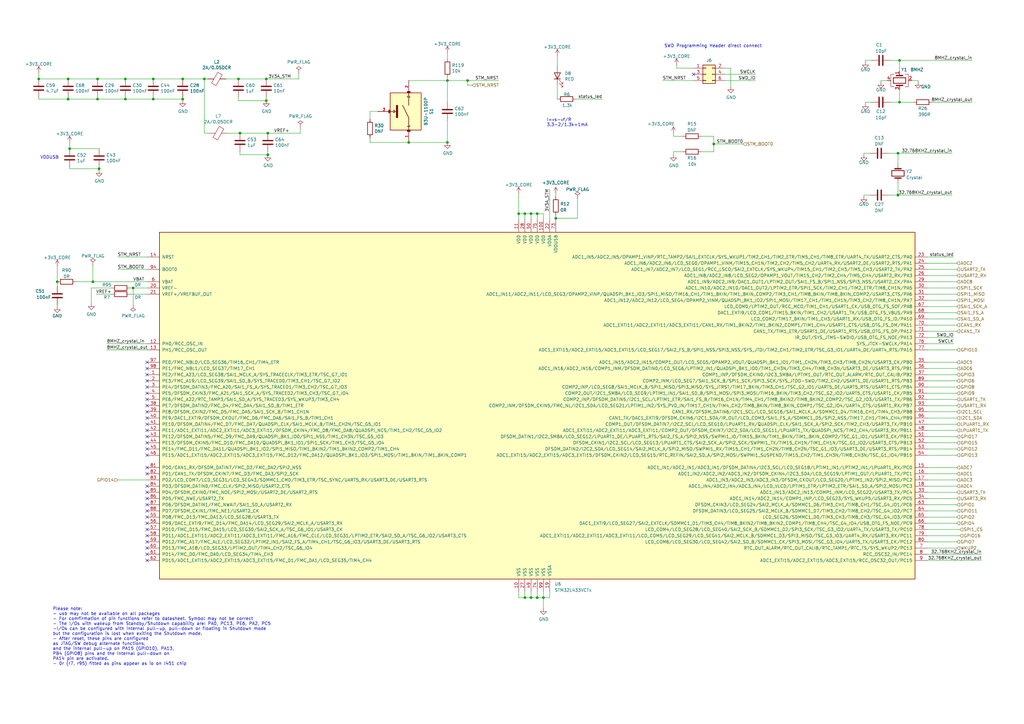
<source format=kicad_sch>
(kicad_sch (version 20211123) (generator eeschema)
  (paper "A3")
  (title_block (title "Open Smart Monitor") (date "2022-07-01") (rev "C") (company "Devtank LTD") (comment 1 "Part No: 304-010"))
  (lib_symbols
    (symbol "Connector_Generic:Conn_02x03_Odd_Even" (pin_names (offset 1.016) hide)
      (property "Reference" "J" (at 1.27 5.08 0))
      (property "Value" "Conn_02x03_Odd_Even" (at 1.27 -5.08 0))
      (symbol "Conn_02x03_Odd_Even_1_1"
        (pin passive line (at -5.08 2.54 0) (length 3.81) (name "Pin_1") (number "1"))
        (pin passive line (at 7.62 2.54 180) (length 3.81) (name "Pin_2") (number "2"))
        (pin passive line (at -5.08 0 0) (length 3.81) (name "Pin_3") (number "3"))
        (pin passive line (at 7.62 0 180) (length 3.81) (name "Pin_4") (number "4"))
        (pin passive line (at -5.08 -2.54 0) (length 3.81) (name "Pin_5") (number "5"))
        (pin passive line (at 7.62 -2.54 180) (length 3.81) (name "Pin_6") (number "6"))
      )
    )
    (symbol "Device:C" (pin_numbers hide) (pin_names (offset 0.254))
      (property "Reference" "C" (at 0.635 2.54 0))
      (property "Value" "C" (at 0.635 -2.54 0))
      (symbol "C_1_1"
        (pin passive line (at 0 3.81 270) (length 2.794) (name "~") (number "1"))
        (pin passive line (at 0 -3.81 90) (length 2.794) (name "~") (number "2"))
      )
    )
    (symbol "Device:Crystal" (pin_numbers hide) (pin_names (offset 1.016) hide)
      (property "Reference" "Y" (at 0 3.81 0))
      (property "Value" "Crystal" (at 0 -3.81 0))
      (symbol "Crystal_1_1"
        (pin passive line (at -3.81 0 0) (length 1.27) (name "1") (number "1"))
        (pin passive line (at 3.81 0 180) (length 1.27) (name "2") (number "2"))
      )
    )
    (symbol "Device:Crystal_GND24" (pin_names (offset 1.016) hide)
      (property "Reference" "Y" (at 3.175 5.08 0))
      (property "Value" "Crystal_GND24" (at 3.175 3.175 0))
      (symbol "Crystal_GND24_1_1"
        (pin passive line (at -3.81 0 0) (length 1.27) (name "1") (number "1"))
        (pin passive line (at 0 5.08 270) (length 1.27) (name "2") (number "2"))
        (pin passive line (at 3.81 0 180) (length 1.27) (name "3") (number "3"))
        (pin passive line (at 0 -5.08 90) (length 1.27) (name "4") (number "4"))
      )
    )
    (symbol "Device:FerriteBead" (pin_numbers hide) (pin_names (offset 0))
      (property "Reference" "FB" (at -3.81 0.635 90))
      (property "Value" "FerriteBead" (at 3.81 0 90))
      (symbol "FerriteBead_1_1"
        (pin passive line (at 0 3.81 270) (length 2.54) (name "~") (number "1"))
        (pin passive line (at 0 -3.81 90) (length 2.54) (name "~") (number "2"))
      )
    )
    (symbol "Device:LED" (pin_numbers hide) (pin_names (offset 1.016) hide)
      (property "Reference" "D" (at 0 2.54 0))
      (property "Value" "LED" (at 0 -2.54 0))
      (symbol "LED_1_1"
        (pin passive line (at -3.81 0 0) (length 2.54) (name "K") (number "1"))
        (pin passive line (at 3.81 0 180) (length 2.54) (name "A") (number "2"))
      )
    )
    (symbol "Device:R" (pin_numbers hide) (pin_names (offset 0))
      (property "Reference" "R" (at 2.032 0 90))
      (property "Value" "R" (at 0 0 90))
      (symbol "R_1_1"
        (pin passive line (at 0 3.81 270) (length 1.27) (name "~") (number "1"))
        (pin passive line (at 0 -3.81 90) (length 1.27) (name "~") (number "2"))
      )
    )
    (symbol "Devtank:+3V3_CORE" (power) (pin_names (offset 0))
      (property "Value" "+3V3_CORE" (at 0 3.556 0))
      (symbol "+3V3_CORE_1_1"
        (pin power_in line (at 0 0 90) (length 0) hide (name "+3V3_CORE") (number "1"))
      )
    )
    (symbol "Devtank:B3U-1100P" (pin_names (offset 1.016))
      (property "Reference" "S" (at 7.62 -5.08 0))
      (property "Value" "B3U-1100P" (at -5.08 8.255 0))
      (symbol "B3U-1100P_0_0"
        (pin passive line (at 12.7 0 180) (length 5.08) (name "1") (number "1"))
        (pin passive line (at -12.7 0 0) (length 5.08) (name "2") (number "2"))
        (pin passive line (at 0 -12.7 90) (length 5.08) (name "3") (number "3"))
      )
    )
    (symbol "Devtank:STM32L433VCTx" (pin_names (offset 1.016))
      (property "Reference" "U" (at -154.94 71.755 0))
      (property "Value" "STM32L433VCTx" (at 154.94 71.755 0))
      (symbol "STM32L433VCTx_1_1"
        (pin bidirectional line (at -160.02 12.7 0) (length 5.08) (name "PE2/FMC_A23/LCD_SEG38/SAI1_MCLK_A/SYS_TRACECLK/TIM3_ETR/TSC_G7_IO1") (number "1"))
        (pin power_in line (at -7.62 -76.2 90) (length 5.08) (name "VSS") (number "10"))
        (pin power_in line (at 2.54 76.2 270) (length 5.08) (name "VDD") (number "100"))
        (pin power_in line (at -7.62 76.2 270) (length 5.08) (name "VDD") (number "11"))
        (pin input line (at -160.02 25.4 0) (length 5.08) (name "PH0/RCC_OSC_IN") (number "12"))
        (pin input line (at -160.02 22.86 0) (length 5.08) (name "PH1/RCC_OSC_OUT") (number "13"))
        (pin input line (at -160.02 60.96 0) (length 5.08) (name "NRST") (number "14"))
        (pin bidirectional line (at 160.02 -25.4 180) (length 5.08) (name "ADC1_IN1/ADC2_IN1/ADC3_IN1/DFSDM_DATIN4/I2C3_SCL/LCD_SEG18/LPTIM1_IN1/LPTIM2_IN1/LPUART1_RX/PC0") (number "15"))
        (pin bidirectional line (at 160.02 -27.94 180) (length 5.08) (name "ADC1_IN2/ADC2_IN2/ADC3_IN2/DFSDM_CKIN4/I2C3_SDA/LCD_SEG19/LPTIM1_OUT/LPUART1_TX/PC1") (number "16"))
        (pin bidirectional line (at 160.02 -30.48 180) (length 5.08) (name "ADC1_IN3/ADC2_IN3/ADC3_IN3/DFSDM_CKOUT/LCD_SEG20/LPTIM1_IN2/SPI2_MISO/PC2") (number "17"))
        (pin bidirectional line (at 160.02 -33.02 180) (length 5.08) (name "ADC1_IN4/ADC2_IN4/ADC3_IN4/LCD_VLCD/LPTIM1_ETR/LPTIM2_ETR/SAI1_SD_A/SPI2_MOSI/PC3") (number "18"))
        (pin power_in line (at 5.08 -76.2 90) (length 5.08) (name "VSSA") (number "19"))
        (pin bidirectional line (at -160.02 10.16 0) (length 5.08) (name "PE3/FMC_A19/LCD_SEG39/SAI1_SD_B/SYS_TRACED0/TIM3_CH1/TSC_G7_IO2") (number "2"))
        (pin power_in line (at -160.02 48.26 0) (length 5.08) (name "VREF-") (number "20"))
        (pin bidirectional line (at -160.02 45.72 0) (length 5.08) (name "VREF+/VREFBUF_OUT") (number "21"))
        (pin power_in line (at 5.08 76.2 270) (length 5.08) (name "VDDA") (number "22"))
        (pin bidirectional line (at 160.02 60.96 180) (length 5.08) (name "ADC1_IN5/ADC2_IN5/OPAMP1_VINP/RTC_TAMP2/SAI1_EXTCLK/SYS_WKUP1/TIM2_CH1/TIM2_ETR/TIM5_CH1/TIM8_ETR/UART4_TX/USART2_CTS/PA0") (number "23"))
        (pin bidirectional line (at 160.02 58.42 180) (length 5.08) (name "ADC1_IN6/ADC2_IN6/LCD_SEG0/OPAMP1_VINM/TIM15_CH1N/TIM2_CH2/TIM5_CH2/UART4_RX/USART2_DE/USART2_RTS/PA1") (number "24"))
        (pin bidirectional line (at 160.02 55.88 180) (length 5.08) (name "ADC1_IN7/ADC2_IN7/LCD_SEG1/RCC_LSCO/SAI2_EXTCLK/SYS_WKUP4/TIM15_CH1/TIM2_CH3/TIM5_CH3/USART2_TX/PA2") (number "25"))
        (pin bidirectional line (at 160.02 53.34 180) (length 5.08) (name "ADC1_IN8/ADC2_IN8/LCD_SEG2/OPAMP1_VOUT/TIM15_CH2/TIM2_CH4/TIM5_CH4/USART2_RX/PA3") (number "26"))
        (pin power_in line (at -5.08 -76.2 90) (length 5.08) (name "VSS") (number "27"))
        (pin power_in line (at -5.08 76.2 270) (length 5.08) (name "VDD") (number "28"))
        (pin bidirectional line (at 160.02 50.8 180) (length 5.08) (name "ADC1_IN9/ADC2_IN9/DAC1_OUT1/LPTIM2_OUT/SAI1_FS_B/SPI1_NSS/SPI3_NSS/USART2_CK/PA4") (number "29"))
        (pin bidirectional line (at -160.02 7.62 0) (length 5.08) (name "PE4/DFSDM_DATIN3/FMC_A20/SAI1_FS_A/SYS_TRACED1/TIM3_CH2/TSC_G7_IO3") (number "3"))
        (pin bidirectional line (at 160.02 48.26 180) (length 5.08) (name "ADC1_IN10/ADC2_IN10/DAC1_OUT2/LPTIM2_ETR/SPI1_SCK/TIM2_CH1/TIM2_ETR/TIM8_CH1N/PA5") (number "30"))
        (pin bidirectional line (at 160.02 45.72 180) (length 5.08) (name "ADC1_IN11/ADC2_IN11/LCD_SEG3/OPAMP2_VINP/QUADSPI_BK1_IO3/SPI1_MISO/TIM16_CH1/TIM1_BKIN/TIM1_BKIN_COMP2/TIM3_CH1/TIM8_BKIN/TIM8_BKIN_COMP2/USART3_CTS/PA6") (number "31"))
        (pin bidirectional line (at 160.02 43.18 180) (length 5.08) (name "ADC1_IN12/ADC2_IN12/LCD_SEG4/OPAMP2_VINM/QUADSPI_BK1_IO2/SPI1_MOSI/TIM17_CH1/TIM1_CH1N/TIM3_CH2/TIM8_CH1N/PA7") (number "32"))
        (pin bidirectional line (at 160.02 -35.56 180) (length 5.08) (name "ADC1_IN13/ADC2_IN13/COMP1_INM/LCD_SEG22/USART3_TX/PC4") (number "33"))
        (pin bidirectional line (at 160.02 -38.1 180) (length 5.08) (name "ADC1_IN14/ADC2_IN14/COMP1_INP/LCD_SEG23/SYS_WKUP5/USART3_RX/PC5") (number "34"))
        (pin bidirectional line (at 160.02 17.78 180) (length 5.08) (name "ADC1_IN15/ADC2_IN15/COMP1_OUT/LCD_SEG5/OPAMP2_VOUT/QUADSPI_BK1_IO1/TIM1_CH2N/TIM3_CH3/TIM8_CH2N/USART3_CK/PB0") (number "35"))
        (pin bidirectional line (at 160.02 15.24 180) (length 5.08) (name "ADC1_IN16/ADC2_IN16/COMP1_INM/DFSDM_DATIN0/LCD_SEG6/LPTIM2_IN1/QUADSPI_BK1_IO0/TIM1_CH3N/TIM3_CH4/TIM8_CH3N/USART3_DE/USART3_RTS/PB1") (number "36"))
        (pin bidirectional line (at 160.02 12.7 180) (length 5.08) (name "COMP1_INP/DFSDM_CKIN0/I2C3_SMBA/LPTIM1_OUT/RTC_OUT_ALARM/RTC_OUT_CALIB/PB2") (number "37"))
        (pin bidirectional line (at -160.02 0 0) (length 5.08) (name "PE7/DFSDM_DATIN2/FMC_D4/FMC_DA4/SAI1_SD_B/TIM1_ETR") (number "38"))
        (pin bidirectional line (at -160.02 -2.54 0) (length 5.08) (name "PE8/DFSDM_CKIN2/FMC_D5/FMC_DA5/SAI1_SCK_B/TIM1_CH1N") (number "39"))
        (pin bidirectional line (at -160.02 5.08 0) (length 5.08) (name "PE5/DFSDM_CKIN3/FMC_A21/SAI1_SCK_A/SYS_TRACED2/TIM3_CH3/TSC_G7_IO4") (number "4"))
        (pin bidirectional line (at -160.02 -5.08 0) (length 5.08) (name "PE9/DAC1_EXTI9/DFSDM_CKOUT/FMC_D6/FMC_DA6/SAI1_FS_B/TIM1_CH1") (number "40"))
        (pin bidirectional line (at -160.02 -7.62 0) (length 5.08) (name "PE10/DFSDM_DATIN4/FMC_D7/FMC_DA7/QUADSPI_CLK/SAI1_MCLK_B/TIM1_CH2N/TSC_G5_IO1") (number "41"))
        (pin bidirectional line (at -160.02 -10.16 0) (length 5.08) (name "PE11/ADC1_EXTI11/ADC2_EXTI11/ADC3_EXTI11/DFSDM_CKIN4/FMC_D8/FMC_DA8/QUADSPI_NCS/TIM1_CH2/TSC_G5_IO2") (number "42"))
        (pin bidirectional line (at -160.02 -12.7 0) (length 5.08) (name "PE12/DFSDM_DATIN5/FMC_D9/FMC_DA9/QUADSPI_BK1_IO0/SPI1_NSS/TIM1_CH3N/TSC_G5_IO3") (number "43"))
        (pin bidirectional line (at -160.02 -15.24 0) (length 5.08) (name "PE13/DFSDM_CKIN5/FMC_D10/FMC_DA10/QUADSPI_BK1_IO1/SPI1_SCK/TIM1_CH3/TSC_G5_IO4") (number "44"))
        (pin bidirectional line (at -160.02 -17.78 0) (length 5.08) (name "PE14/FMC_D11/FMC_DA11/QUADSPI_BK1_IO2/SPI1_MISO/TIM1_BKIN2/TIM1_BKIN2_COMP2/TIM1_CH4") (number "45"))
        (pin bidirectional line (at -160.02 -20.32 0) (length 5.08) (name "PE15/ADC1_EXTI15/ADC2_EXTI15/ADC3_EXTI15/FMC_D12/FMC_DA12/QUADSPI_BK1_IO3/SPI1_MOSI/TIM1_BKIN/TIM1_BKIN_COMP1") (number "46"))
        (pin bidirectional line (at 160.02 -7.62 180) (length 5.08) (name "COMP1_OUT/DFSDM_DATIN7/I2C2_SCL/LCD_SEG10/LPUART1_RX/QUADSPI_CLK/SAI1_SCK_A/SPI2_SCK/TIM2_CH3/USART3_TX/PB10") (number "47"))
        (pin bidirectional line (at 160.02 -10.16 180) (length 5.08) (name "ADC1_EXTI11/ADC2_EXTI11/ADC3_EXTI11/COMP2_OUT/DFSDM_CKIN7/I2C2_SDA/LCD_SEG11/LPUART1_TX/QUADSPI_NCS/TIM2_CH4/USART3_RX/PB11") (number "48"))
        (pin power_in line (at -2.54 -76.2 90) (length 5.08) (name "VSS") (number "49"))
        (pin bidirectional line (at -160.02 2.54 0) (length 5.08) (name "PE6/FMC_A22/RTC_TAMP3/SAI1_SD_A/SYS_TRACED3/SYS_WKUP3/TIM3_CH4") (number "5"))
        (pin power_in line (at -2.54 76.2 270) (length 5.08) (name "VDD") (number "50"))
        (pin bidirectional line (at 160.02 -12.7 180) (length 5.08) (name "DFSDM_DATIN1/I2C2_SMBA/LCD_SEG12/LPUART1_DE/LPUART1_RTS/SAI2_FS_A/SPI2_NSS/SWPMI1_IO/TIM15_BKIN/TIM1_BKIN/TIM1_BKIN_COMP2/TSC_G1_IO1/USART3_CK/PB12") (number "51"))
        (pin bidirectional line (at 160.02 -15.24 180) (length 5.08) (name "DFSDM_CKIN1/I2C2_SCL/LCD_SEG13/LPUART1_CTS/SAI2_SCK_A/SPI2_SCK/SWPMI1_TX/TIM15_CH1N/TIM1_CH1N/TSC_G1_IO2/USART3_CTS/PB13") (number "52"))
        (pin bidirectional line (at 160.02 -17.78 180) (length 5.08) (name "DFSDM_DATIN2/I2C2_SDA/LCD_SEG14/SAI2_MCLK_A/SPI2_MISO/SWPMI1_RX/TIM15_CH1/TIM1_CH2N/TIM8_CH2N/TSC_G1_IO3/USART3_DE/USART3_RTS/PB14") (number "53"))
        (pin bidirectional line (at 160.02 -20.32 180) (length 5.08) (name "ADC1_EXTI15/ADC2_EXTI15/ADC3_EXTI15/DFSDM_CKIN2/LCD_SEG15/RTC_REFIN/SAI2_SD_A/SPI2_MOSI/SWPMI1_SUSPEND/TIM15_CH2/TIM1_CH3N/TIM8_CH3N/TSC_G1_IO4/PB15") (number "54"))
        (pin bidirectional line (at -160.02 -45.72 0) (length 5.08) (name "PD8/FMC_D13/FMC_DA13/LCD_SEG28/USART3_TX") (number "55"))
        (pin bidirectional line (at -160.02 -48.26 0) (length 5.08) (name "PD9/DAC1_EXTI9/FMC_D14/FMC_DA14/LCD_SEG29/SAI2_MCLK_A/USART3_RX") (number "56"))
        (pin bidirectional line (at -160.02 -50.8 0) (length 5.08) (name "PD10/FMC_D15/FMC_DA15/LCD_SEG30/SAI2_SCK_A/TSC_G6_IO1/USART3_CK") (number "57"))
        (pin bidirectional line (at -160.02 -53.34 0) (length 5.08) (name "PD11/ADC1_EXTI11/ADC2_EXTI11/ADC3_EXTI11/FMC_A16/FMC_CLE/LCD_SEG31/LPTIM2_ETR/SAI2_SD_A/TSC_G6_IO2/USART3_CTS") (number "58"))
        (pin bidirectional line (at -160.02 -55.88 0) (length 5.08) (name "PD12/FMC_A17/FMC_ALE/LCD_SEG32/LPTIM2_IN1/SAI2_FS_A/TIM4_CH1/TSC_G6_IO3/USART3_DE/USART3_RTS") (number "59"))
        (pin power_in line (at -160.02 50.8 0) (length 5.08) (name "VBAT") (number "6"))
        (pin bidirectional line (at -160.02 -58.42 0) (length 5.08) (name "PD13/FMC_A18/LCD_SEG33/LPTIM2_OUT/TIM4_CH2/TSC_G6_IO4") (number "60"))
        (pin bidirectional line (at -160.02 -60.96 0) (length 5.08) (name "PD14/FMC_D0/FMC_DA0/LCD_SEG34/TIM4_CH3") (number "61"))
        (pin bidirectional line (at -160.02 -63.5 0) (length 5.08) (name "PD15/ADC1_EXTI15/ADC2_EXTI15/ADC3_EXTI15/FMC_D1/FMC_DA1/LCD_SEG35/TIM4_CH4") (number "62"))
        (pin bidirectional line (at 160.02 -40.64 180) (length 5.08) (name "DFSDM_CKIN3/LCD_SEG24/SAI2_MCLK_A/SDMMC1_D6/TIM3_CH1/TIM8_CH1/TSC_G4_IO1/PC6") (number "63"))
        (pin bidirectional line (at 160.02 -43.18 180) (length 5.08) (name "DFSDM_DATIN3/LCD_SEG25/SAI2_MCLK_B/SDMMC1_D7/TIM3_CH2/TIM8_CH2/TSC_G4_IO2/PC7") (number "64"))
        (pin bidirectional line (at 160.02 -45.72 180) (length 5.08) (name "LCD_SEG26/SDMMC1_D0/TIM3_CH3/TIM8_CH3/TSC_G4_IO3/PC8") (number "65"))
        (pin bidirectional line (at 160.02 -48.26 180) (length 5.08) (name "DAC1_EXTI9/LCD_SEG27/SAI2_EXTCLK/SDMMC1_D1/TIM3_CH4/TIM8_BKIN2/TIM8_BKIN2_COMP1/TIM8_CH4/TSC_G4_IO4/USB_OTG_FS_NOE/PC9") (number "66"))
        (pin bidirectional line (at 160.02 40.64 180) (length 5.08) (name "LCD_COM0/LPTIM2_OUT/RCC_MCO/TIM1_CH1/USART1_CK/USB_OTG_FS_SOF/PA8") (number "67"))
        (pin bidirectional line (at 160.02 38.1 180) (length 5.08) (name "DAC1_EXTI9/LCD_COM1/TIM15_BKIN/TIM1_CH2/USART1_TX/USB_OTG_FS_VBUS/PA9") (number "68"))
        (pin bidirectional line (at 160.02 35.56 180) (length 5.08) (name "LCD_COM2/TIM17_BKIN/TIM1_CH3/USART1_RX/USB_OTG_FS_ID/PA10") (number "69"))
        (pin bidirectional line (at 160.02 -58.42 180) (length 5.08) (name "RTC_OUT_ALARM/RTC_OUT_CALIB/RTC_TAMP1/RTC_TS/SYS_WKUP2/PC13") (number "7"))
        (pin bidirectional line (at 160.02 33.02 180) (length 5.08) (name "ADC1_EXTI11/ADC2_EXTI11/ADC3_EXTI11/CAN1_RX/TIM1_BKIN2/TIM1_BKIN2_COMP1/TIM1_CH4/USART1_CTS/USB_OTG_FS_DM/PA11") (number "70"))
        (pin bidirectional line (at 160.02 30.48 180) (length 5.08) (name "CAN1_TX/TIM1_ETR/USART1_DE/USART1_RTS/USB_OTG_FS_DP/PA12") (number "71"))
        (pin bidirectional line (at 160.02 27.94 180) (length 5.08) (name "IR_OUT/SYS_JTMS-SWDIO/USB_OTG_FS_NOE/PA13") (number "72"))
        (pin power_in line (at 7.62 76.2 270) (length 5.08) (name "VDDUSB") (number "73"))
        (pin power_in line (at 0 -76.2 90) (length 5.08) (name "VSS") (number "74"))
        (pin power_in line (at 0 76.2 270) (length 5.08) (name "VDD") (number "75"))
        (pin bidirectional line (at 160.02 25.4 180) (length 5.08) (name "SYS_JTCK-SWCLK/PA14") (number "76"))
        (pin bidirectional line (at 160.02 22.86 180) (length 5.08) (name "ADC1_EXTI15/ADC2_EXTI15/ADC3_EXTI15/LCD_SEG17/SAI2_FS_B/SPI1_NSS/SPI3_NSS/SYS_JTDI/TIM2_CH1/TIM2_ETR/TSC_G3_IO1/UART4_DE/UART4_RTS/PA15") (number "77"))
        (pin bidirectional line (at 160.02 -50.8 180) (length 5.08) (name "LCD_COM4/LCD_SEG28/LCD_SEG40/SAI2_SCK_B/SDMMC1_D2/SPI3_SCK/TSC_G3_IO2/UART4_TX/USART3_TX/PC10") (number "78"))
        (pin bidirectional line (at 160.02 -53.34 180) (length 5.08) (name "ADC1_EXTI11/ADC2_EXTI11/ADC3_EXTI11/LCD_COM5/LCD_SEG29/LCD_SEG41/SAI2_MCLK_B/SDMMC1_D3/SPI3_MISO/TSC_G3_IO3/UART4_RX/USART3_RX/PC11") (number "79"))
        (pin bidirectional line (at 160.02 -60.96 180) (length 5.08) (name "RCC_OSC32_IN/PC14") (number "8"))
        (pin bidirectional line (at 160.02 -55.88 180) (length 5.08) (name "LCD_COM6/LCD_SEG30/LCD_SEG42/SAI2_SD_B/SDMMC1_CK/SPI3_MOSI/TSC_G3_IO4/UART5_TX/USART3_CK/PC12") (number "80"))
        (pin bidirectional line (at -160.02 -25.4 0) (length 5.08) (name "PD0/CAN1_RX/DFSDM_DATIN7/FMC_D2/FMC_DA2/SPI2_NSS") (number "81"))
        (pin bidirectional line (at -160.02 -27.94 0) (length 5.08) (name "PD1/CAN1_TX/DFSDM_CKIN7/FMC_D3/FMC_DA3/SPI2_SCK") (number "82"))
        (pin bidirectional line (at -160.02 -30.48 0) (length 5.08) (name "PD2/LCD_COM7/LCD_SEG31/LCD_SEG43/SDMMC1_CMD/TIM3_ETR/TSC_SYNC/UART5_RX/USART3_DE/USART3_RTS") (number "83"))
        (pin bidirectional line (at -160.02 -33.02 0) (length 5.08) (name "PD3/DFSDM_DATIN0/FMC_CLK/SPI2_MISO/USART2_CTS") (number "84"))
        (pin bidirectional line (at -160.02 -35.56 0) (length 5.08) (name "PD4/DFSDM_CKIN0/FMC_NOE/SPI2_MOSI/USART2_DE/USART2_RTS") (number "85"))
        (pin bidirectional line (at -160.02 -38.1 0) (length 5.08) (name "PD5/FMC_NWE/USART2_TX") (number "86"))
        (pin bidirectional line (at -160.02 -40.64 0) (length 5.08) (name "PD6/DFSDM_DATIN1/FMC_NWAIT/SAI1_SD_A/USART2_RX") (number "87"))
        (pin bidirectional line (at -160.02 -43.18 0) (length 5.08) (name "PD7/DFSDM_CKIN1/FMC_NE1/USART2_CK") (number "88"))
        (pin bidirectional line (at 160.02 10.16 180) (length 5.08) (name "COMP2_INM/LCD_SEG7/SAI1_SCK_B/SPI1_SCK/SPI3_SCK/SYS_JTDO-SWO/TIM2_CH2/USART1_DE/USART1_RTS/PB3") (number "89"))
        (pin bidirectional line (at 160.02 -63.5 180) (length 5.08) (name "ADC1_EXTI15/ADC2_EXTI15/ADC3_EXTI15/RCC_OSC32_OUT/PC15") (number "9"))
        (pin bidirectional line (at 160.02 7.62 180) (length 5.08) (name "COMP2_INP/LCD_SEG8/SAI1_MCLK_B/SPI1_MISO/SPI3_MISO/SYS_JTRST/TIM17_BKIN/TIM3_CH1/TSC_G2_IO1/UART5_DE/UART5_RTS/USART1_CTS/PB4") (number "90"))
        (pin bidirectional line (at 160.02 5.08 180) (length 5.08) (name "COMP2_OUT/I2C1_SMBA/LCD_SEG9/LPTIM1_IN1/SAI1_SD_B/SPI1_MOSI/SPI3_MOSI/TIM16_BKIN/TIM3_CH2/TSC_G2_IO2/UART5_CTS/USART1_CK/PB5") (number "91"))
        (pin bidirectional line (at 160.02 2.54 180) (length 5.08) (name "COMP2_INP/DFSDM_DATIN5/I2C1_SCL/LPTIM1_ETR/SAI1_FS_B/TIM16_CH1N/TIM4_CH1/TIM8_BKIN2/TIM8_BKIN2_COMP2/TSC_G2_IO3/USART1_TX/PB6") (number "92"))
        (pin bidirectional line (at 160.02 0 180) (length 5.08) (name "COMP2_INM/DFSDM_CKIN5/FMC_NL/I2C1_SDA/LCD_SEG21/LPTIM1_IN2/SYS_PVD_IN/TIM17_CH1N/TIM4_CH2/TIM8_BKIN/TIM8_BKIN_COMP1/TSC_G2_IO4/UART4_CTS/USART1_RX/PB7") (number "93"))
        (pin input line (at -160.02 55.88 0) (length 5.08) (name "BOOT0") (number "94"))
        (pin bidirectional line (at 160.02 -2.54 180) (length 5.08) (name "CAN1_RX/DFSDM_DATIN6/I2C1_SCL/LCD_SEG16/SAI1_MCLK_A/SDMMC1_D4/TIM16_CH1/TIM4_CH3/PB8") (number "95"))
        (pin bidirectional line (at 160.02 -5.08 180) (length 5.08) (name "CAN1_TX/DAC1_EXTI9/DFSDM_CKIN6/I2C1_SDA/IR_OUT/LCD_COM3/SAI1_FS_A/SDMMC1_D5/SPI2_NSS/TIM17_CH1/TIM4_CH4/PB9") (number "96"))
        (pin bidirectional line (at -160.02 17.78 0) (length 5.08) (name "PE0/FMC_NBL0/LCD_SEG36/TIM16_CH1/TIM4_ETR") (number "97"))
        (pin bidirectional line (at -160.02 15.24 0) (length 5.08) (name "PE1/FMC_NBL1/LCD_SEG37/TIM17_CH1") (number "98"))
        (pin power_in line (at 2.54 -76.2 90) (length 5.08) (name "VSS") (number "99"))
      )
    )
    (symbol "power:GND" (power) (pin_names (offset 0))
      (property "Value" "GND" (at 0 -3.81 0))
      (symbol "GND_1_1"
        (pin power_in line (at 0 0 270) (length 0) hide (name "GND") (number "1"))
      )
    )
    (symbol "power:PWR_FLAG" (power) (pin_numbers hide) (pin_names (offset 0) hide)
      (property "Value" "PWR_FLAG" (at 0 3.81 0))
      (symbol "PWR_FLAG_0_0"
        (pin power_out line (at 0 0 90) (length 0) (name "pwr") (number "1"))
      )
    )
  )
  (junction (at 368.3 80.01))
  (junction (at 62.865 32.385))
  (junction (at 109.22 32.385))
  (junction (at 38.1 115.57))
  (junction (at 97.79 32.385))
  (junction (at 220.345 87.63))
  (junction (at 98.425 54.61))
  (junction (at 292.735 59.055))
  (junction (at 215.265 245.11))
  (junction (at 83.82 32.385))
  (junction (at 109.22 41.275))
  (junction (at 220.345 245.11))
  (junction (at 368.3 62.865))
  (junction (at 217.805 87.63))
  (junction (at 27.94 40.64))
  (junction (at 227.965 89.535))
  (junction (at 62.865 40.64))
  (junction (at 212.725 87.63))
  (junction (at 27.94 32.385))
  (junction (at 40.005 32.385))
  (junction (at 28.575 60.96))
  (junction (at 167.64 58.42))
  (junction (at 183.515 33.02))
  (junction (at 51.435 32.385))
  (junction (at 109.855 54.61))
  (junction (at 368.935 24.765))
  (junction (at 40.005 40.64))
  (junction (at 368.935 41.91))
  (junction (at 74.93 32.385))
  (junction (at 109.855 63.5))
  (junction (at 191.77 33.02))
  (junction (at 183.515 58.42))
  (junction (at 15.875 32.385))
  (junction (at 40.64 69.215))
  (junction (at 215.265 87.63))
  (junction (at 23.495 115.57))
  (junction (at 222.885 245.11))
  (junction (at 74.93 40.64))
  (junction (at 54.61 118.11))
  (junction (at 217.805 245.11))
  (junction (at 51.435 40.64))
  (no_connect (at 60.325 151.13))
  (no_connect (at 60.325 148.59))
  (no_connect (at 60.325 181.61))
  (no_connect (at 60.325 176.53))
  (no_connect (at 60.325 184.15))
  (no_connect (at 60.325 179.07))
  (no_connect (at 60.325 186.69))
  (no_connect (at 60.325 173.99))
  (no_connect (at 60.325 171.45))
  (no_connect (at 60.325 161.29))
  (no_connect (at 60.325 166.37))
  (no_connect (at 60.325 156.21))
  (no_connect (at 60.325 163.83))
  (no_connect (at 60.325 158.75))
  (no_connect (at 60.325 168.91))
  (no_connect (at 60.325 153.67))
  (no_connect (at 60.325 222.25))
  (no_connect (at 60.325 229.87))
  (no_connect (at 60.325 227.33))
  (no_connect (at 60.325 224.79))
  (no_connect (at 60.325 199.39))
  (no_connect (at 60.325 191.77))
  (no_connect (at 60.325 201.93))
  (no_connect (at 60.325 194.31))
  (no_connect (at 60.325 204.47))
  (no_connect (at 60.325 214.63))
  (no_connect (at 60.325 217.17))
  (no_connect (at 60.325 212.09))
  (no_connect (at 60.325 219.71))
  (no_connect (at 60.325 209.55))
  (no_connect (at 60.325 207.01))
  (no_connect (at 284.48 30.48))
  (wire (pts (xy 83.82 54.61) (xy 83.82 32.385)))
  (wire (pts (xy 51.435 40.005) (xy 51.435 40.64)))
  (wire (pts (xy 364.49 80.01) (xy 368.3 80.01)))
  (wire (pts (xy 217.805 245.11) (xy 220.345 245.11)))
  (wire (pts (xy 217.805 245.11) (xy 217.805 242.57)))
  (wire (pts (xy 97.79 41.275) (xy 109.22 41.275)))
  (wire (pts (xy 217.805 90.17) (xy 217.805 87.63)))
  (wire (pts (xy 380.365 173.99) (xy 392.43 173.99)))
  (wire (pts (xy 292.735 59.055) (xy 292.735 62.23)))
  (wire (pts (xy 380.365 133.35) (xy 392.43 133.35)))
  (wire (pts (xy 380.365 186.69) (xy 392.43 186.69)))
  (wire (pts (xy 277.495 26.67) (xy 277.495 27.94)))
  (wire (pts (xy 380.365 176.53) (xy 392.43 176.53)))
  (wire (pts (xy 191.77 33.02) (xy 204.47 33.02)))
  (wire (pts (xy 292.735 59.055) (xy 304.8 59.055)))
  (wire (pts (xy 220.345 245.11) (xy 220.345 242.57)))
  (wire (pts (xy 356.87 80.01) (xy 354.33 80.01)))
  (wire (pts (xy 215.265 90.17) (xy 215.265 87.63)))
  (wire (pts (xy 151.765 48.895) (xy 151.765 45.72)))
  (wire (pts (xy 40.005 40.64) (xy 27.94 40.64)))
  (wire (pts (xy 368.935 24.765) (xy 398.78 24.765)))
  (wire (pts (xy 222.885 249.555) (xy 222.885 245.11)))
  (wire (pts (xy 54.61 125.095) (xy 54.61 118.11)))
  (wire (pts (xy 380.365 204.47) (xy 392.43 204.47)))
  (wire (pts (xy 380.365 217.17) (xy 393.7 217.17)))
  (wire (pts (xy 361.315 33.655) (xy 361.315 33.02)))
  (wire (pts (xy 27.94 40.64) (xy 15.875 40.64)))
  (wire (pts (xy 97.79 40.005) (xy 97.79 41.275)))
  (wire (pts (xy 74.93 32.385) (xy 83.82 32.385)))
  (wire (pts (xy 38.1 115.57) (xy 60.325 115.57)))
  (wire (pts (xy 93.345 54.61) (xy 98.425 54.61)))
  (wire (pts (xy 374.015 33.02) (xy 376.555 33.02)))
  (wire (pts (xy 284.48 27.94) (xy 277.495 27.94)))
  (wire (pts (xy 151.765 56.515) (xy 151.765 58.42)))
  (wire (pts (xy 368.3 80.01) (xy 368.3 74.93)))
  (wire (pts (xy 227.965 80.645) (xy 227.965 79.375)))
  (wire (pts (xy 368.935 41.91) (xy 374.65 41.91)))
  (wire (pts (xy 297.18 33.02) (xy 309.88 33.02)))
  (wire (pts (xy 215.265 245.11) (xy 217.805 245.11)))
  (wire (pts (xy 51.435 32.385) (xy 62.865 32.385)))
  (wire (pts (xy 62.865 40.005) (xy 62.865 40.64)))
  (wire (pts (xy 212.725 242.57) (xy 212.725 245.11)))
  (wire (pts (xy 292.735 55.88) (xy 292.735 59.055)))
  (wire (pts (xy 167.64 58.42) (xy 183.515 58.42)))
  (wire (pts (xy 287.655 55.88) (xy 292.735 55.88)))
  (wire (pts (xy 380.365 171.45) (xy 392.43 171.45)))
  (wire (pts (xy 98.425 54.61) (xy 109.855 54.61)))
  (wire (pts (xy 380.365 161.29) (xy 392.43 161.29)))
  (wire (pts (xy 215.265 87.63) (xy 217.805 87.63)))
  (wire (pts (xy 380.365 179.07) (xy 392.43 179.07)))
  (wire (pts (xy 60.325 143.51) (xy 43.815 143.51)))
  (wire (pts (xy 220.345 87.63) (xy 222.885 87.63)))
  (wire (pts (xy 392.43 135.89) (xy 380.365 135.89)))
  (wire (pts (xy 380.365 138.43) (xy 391.16 138.43)))
  (wire (pts (xy 380.365 107.95) (xy 392.43 107.95)))
  (wire (pts (xy 222.885 245.11) (xy 225.425 245.11)))
  (wire (pts (xy 297.18 30.48) (xy 309.88 30.48)))
  (wire (pts (xy 357.505 24.765) (xy 354.965 24.765)))
  (wire (pts (xy 37.465 118.11) (xy 37.465 124.46)))
  (wire (pts (xy 365.125 41.91) (xy 368.935 41.91)))
  (wire (pts (xy 380.365 222.25) (xy 392.43 222.25)))
  (wire (pts (xy 376.555 33.02) (xy 376.555 33.655)))
  (wire (pts (xy 380.365 143.51) (xy 392.43 143.51)))
  (wire (pts (xy 97.79 32.385) (xy 109.22 32.385)))
  (wire (pts (xy 191.77 34.925) (xy 191.77 33.02)))
  (wire (pts (xy 92.71 32.385) (xy 97.79 32.385)))
  (wire (pts (xy 380.365 214.63) (xy 392.43 214.63)))
  (wire (pts (xy 380.365 151.13) (xy 392.43 151.13)))
  (wire (pts (xy 183.515 58.42) (xy 183.515 49.53)))
  (wire (pts (xy 109.855 54.61) (xy 123.19 54.61)))
  (wire (pts (xy 109.22 41.275) (xy 109.22 40.005)))
  (wire (pts (xy 217.805 87.63) (xy 220.345 87.63)))
  (wire (pts (xy 380.365 184.15) (xy 392.43 184.15)))
  (wire (pts (xy 380.365 229.87) (xy 402.59 229.87)))
  (wire (pts (xy 236.22 40.64) (xy 247.015 40.64)))
  (wire (pts (xy 109.22 32.385) (xy 122.555 32.385)))
  (wire (pts (xy 40.64 69.215) (xy 28.575 69.215)))
  (wire (pts (xy 380.365 118.11) (xy 392.43 118.11)))
  (wire (pts (xy 276.225 55.88) (xy 276.225 54.61)))
  (wire (pts (xy 222.885 242.57) (xy 222.885 245.11)))
  (wire (pts (xy 23.495 117.475) (xy 23.495 115.57)))
  (wire (pts (xy 380.365 113.03) (xy 392.43 113.03)))
  (wire (pts (xy 167.64 33.02) (xy 183.515 33.02)))
  (wire (pts (xy 380.365 166.37) (xy 392.43 166.37)))
  (wire (pts (xy 60.325 110.49) (xy 48.26 110.49)))
  (wire (pts (xy 39.37 120.65) (xy 45.72 120.65)))
  (wire (pts (xy 284.48 33.02) (xy 271.78 33.02)))
  (wire (pts (xy 15.875 40.64) (xy 15.875 40.005)))
  (wire (pts (xy 62.865 32.385) (xy 74.93 32.385)))
  (wire (pts (xy 23.495 115.57) (xy 23.495 109.22)))
  (wire (pts (xy 380.365 125.73) (xy 392.43 125.73)))
  (wire (pts (xy 109.855 63.5) (xy 109.855 62.23)))
  (wire (pts (xy 23.495 125.73) (xy 23.495 125.095)))
  (wire (pts (xy 354.965 41.91) (xy 354.965 42.545)))
  (wire (pts (xy 27.94 32.385) (xy 40.005 32.385)))
  (wire (pts (xy 380.365 168.91) (xy 392.43 168.91)))
  (wire (pts (xy 98.425 62.23) (xy 98.425 63.5)))
  (wire (pts (xy 380.365 120.65) (xy 392.43 120.65)))
  (wire (pts (xy 60.325 140.97) (xy 43.815 140.97)))
  (wire (pts (xy 53.34 120.65) (xy 60.325 120.65)))
  (wire (pts (xy 62.865 40.64) (xy 51.435 40.64)))
  (wire (pts (xy 183.515 24.13) (xy 183.515 21.59)))
  (wire (pts (xy 380.365 209.55) (xy 392.43 209.55)))
  (wire (pts (xy 74.93 40.64) (xy 62.865 40.64)))
  (wire (pts (xy 368.935 24.765) (xy 368.935 29.21)))
  (wire (pts (xy 276.225 62.23) (xy 280.035 62.23)))
  (wire (pts (xy 392.43 181.61) (xy 380.365 181.61)))
  (wire (pts (xy 297.18 27.94) (xy 299.72 27.94)))
  (wire (pts (xy 31.115 115.57) (xy 38.1 115.57)))
  (wire (pts (xy 54.61 118.11) (xy 60.325 118.11)))
  (wire (pts (xy 361.315 33.02) (xy 363.855 33.02)))
  (wire (pts (xy 38.1 108.585) (xy 38.1 115.57)))
  (wire (pts (xy 368.3 80.01) (xy 390.525 80.01)))
  (wire (pts (xy 368.3 62.865) (xy 368.3 67.31)))
  (wire (pts (xy 222.885 245.11) (xy 220.345 245.11)))
  (wire (pts (xy 74.93 41.275) (xy 74.93 40.64)))
  (wire (pts (xy 364.49 62.865) (xy 368.3 62.865)))
  (wire (pts (xy 380.365 115.57) (xy 392.43 115.57)))
  (wire (pts (xy 228.6 27.305) (xy 228.6 22.86)))
  (wire (pts (xy 98.425 63.5) (xy 109.855 63.5)))
  (wire (pts (xy 212.725 87.63) (xy 215.265 87.63)))
  (wire (pts (xy 27.94 40.64) (xy 27.94 40.005)))
  (wire (pts (xy 276.225 63.5) (xy 276.225 62.23)))
  (wire (pts (xy 380.365 194.31) (xy 392.43 194.31)))
  (wire (pts (xy 380.365 219.71) (xy 393.7 219.71)))
  (wire (pts (xy 299.72 27.94) (xy 299.72 35.56)))
  (wire (pts (xy 368.935 41.91) (xy 368.935 36.83)))
  (wire (pts (xy 53.34 118.11) (xy 54.61 118.11)))
  (wire (pts (xy 183.515 33.02) (xy 183.515 41.91)))
  (wire (pts (xy 368.3 62.865) (xy 390.525 62.865)))
  (wire (pts (xy 215.265 245.11) (xy 215.265 242.57)))
  (wire (pts (xy 83.82 32.385) (xy 85.09 32.385)))
  (wire (pts (xy 28.575 68.58) (xy 28.575 69.215)))
  (wire (pts (xy 220.345 90.17) (xy 220.345 87.63)))
  (wire (pts (xy 380.365 156.21) (xy 392.43 156.21)))
  (wire (pts (xy 227.965 89.535) (xy 227.965 88.265)))
  (wire (pts (xy 51.435 40.64) (xy 40.005 40.64)))
  (wire (pts (xy 15.875 32.385) (xy 15.875 29.845)))
  (wire (pts (xy 380.365 105.41) (xy 391.16 105.41)))
  (wire (pts (xy 380.365 199.39) (xy 392.43 199.39)))
  (wire (pts (xy 380.365 140.97) (xy 391.16 140.97)))
  (wire (pts (xy 380.365 148.59) (xy 392.43 148.59)))
  (wire (pts (xy 357.505 41.91) (xy 354.965 41.91)))
  (wire (pts (xy 74.93 40.64) (xy 74.93 40.005)))
  (wire (pts (xy 193.675 34.925) (xy 191.77 34.925)))
  (wire (pts (xy 380.365 128.27) (xy 392.43 128.27)))
  (wire (pts (xy 365.125 24.765) (xy 368.935 24.765)))
  (wire (pts (xy 222.885 87.63) (xy 222.885 90.17)))
  (wire (pts (xy 380.365 158.75) (xy 392.43 158.75)))
  (wire (pts (xy 227.965 89.535) (xy 236.855 89.535)))
  (wire (pts (xy 40.64 69.215) (xy 40.64 68.58)))
  (wire (pts (xy 354.33 80.01) (xy 354.33 80.645)))
  (wire (pts (xy 40.005 40.005) (xy 40.005 40.64)))
  (wire (pts (xy 225.425 245.11) (xy 225.425 242.57)))
  (wire (pts (xy 382.27 41.91) (xy 398.78 41.91)))
  (wire (pts (xy 380.365 201.93) (xy 392.43 201.93)))
  (wire (pts (xy 183.515 33.02) (xy 191.77 33.02)))
  (wire (pts (xy 354.965 24.765) (xy 354.965 25.4)))
  (wire (pts (xy 40.64 69.85) (xy 40.64 69.215)))
  (wire (pts (xy 122.555 32.385) (xy 122.555 29.845)))
  (wire (pts (xy 28.575 60.96) (xy 40.64 60.96)))
  (wire (pts (xy 380.365 153.67) (xy 392.43 153.67)))
  (wire (pts (xy 236.855 89.535) (xy 236.855 81.28)))
  (wire (pts (xy 151.765 58.42) (xy 167.64 58.42)))
  (wire (pts (xy 15.875 32.385) (xy 27.94 32.385)))
  (wire (pts (xy 151.765 45.72) (xy 154.94 45.72)))
  (wire (pts (xy 123.19 54.61) (xy 123.19 52.07)))
  (wire (pts (xy 354.33 62.865) (xy 354.33 63.5)))
  (wire (pts (xy 380.365 196.85) (xy 392.43 196.85)))
  (wire (pts (xy 45.72 118.11) (xy 37.465 118.11)))
  (wire (pts (xy 380.365 227.33) (xy 402.59 227.33)))
  (wire (pts (xy 380.365 191.77) (xy 392.43 191.77)))
  (wire (pts (xy 380.365 207.01) (xy 392.43 207.01)))
  (wire (pts (xy 380.365 224.79) (xy 392.43 224.79)))
  (wire (pts (xy 212.725 79.375) (xy 212.725 87.63)))
  (wire (pts (xy 40.005 32.385) (xy 51.435 32.385)))
  (wire (pts (xy 380.365 163.83) (xy 392.43 163.83)))
  (wire (pts (xy 280.035 55.88) (xy 276.225 55.88)))
  (wire (pts (xy 380.365 130.81) (xy 392.43 130.81)))
  (wire (pts (xy 356.87 62.865) (xy 354.33 62.865)))
  (wire (pts (xy 28.575 60.96) (xy 28.575 58.42)))
  (wire (pts (xy 183.515 31.75) (xy 183.515 33.02)))
  (wire (pts (xy 85.725 54.61) (xy 83.82 54.61)))
  (wire (pts (xy 212.725 90.17) (xy 212.725 87.63)))
  (wire (pts (xy 380.365 212.09) (xy 392.43 212.09)))
  (wire (pts (xy 380.365 123.19) (xy 392.43 123.19)))
  (wire (pts (xy 60.325 196.85) (xy 48.26 196.85)))
  (wire (pts (xy 212.725 245.11) (xy 215.265 245.11)))
  (wire (pts (xy 227.965 90.17) (xy 227.965 89.535)))
  (wire (pts (xy 225.425 77.47) (xy 225.425 90.17)))
  (wire (pts (xy 60.325 105.41) (xy 48.26 105.41)))
  (wire (pts (xy 380.365 110.49) (xy 392.43 110.49)))
  (wire (pts (xy 228.6 40.64) (xy 228.6 34.925)))
  (wire (pts (xy 292.735 62.23) (xy 287.655 62.23)))
  (text "SWD Programming Header direct connect" (at 272.415 19.685 0) (effects (font (size 1.27 1.27)) (justify left bottom)))
  (text "Please note:\n- usb may not be available on all packages\n- For comfirmation of pin functions refer to datasheet. Symbol may not be correct\n- The I/Os with wakeup from Standby/Shutdown capability are: PA0, PC13, PE6, PA2, PC5\n-I/Os can be configured with internal pull-up, pull-down or floating in Shutdown mode\nbut the configuration is lost when exiting the Shutdown mode.\n- After reset, these pins are configured\nas JTAG/SW debug alternate functions, \nand the internal pull-up on PA15 (GPIO10), PA13, \nPB4 (GPIO8) pins and the internal pull-down on\nPA14 pin are activated.\n- 0r (r7, r95) fitted as pins appear as io on l451 chip" (at 21.59 273.05 0) (effects (font (size 1.27 1.27)) (justify left bottom)))
  (text "I=vs-vf/R\n3.3-2/1.3k=1mA" (at 224.155 52.07 0) (effects (font (size 1.27 1.27)) (justify left bottom)))
  (text "VDDUSB" (at 16.51 65.405 0) (effects (font (size 1.27 1.27)) (justify left bottom)))
  (label "8MHZ_crystal_in" (at 43.815 140.97 0))
  (label "SWD_IO" (at 309.88 33.02 180))
  (label "STM_BOOT0" (at 304.8 59.055 180))
  (label "SWCLK" (at 391.16 140.97 180))
  (label "8MHZ_crystal_in" (at 398.78 24.765 180))
  (label "VREF+" (at 39.37 120.65 0))
  (label "SWCLK" (at 309.88 30.48 180))
  (label "32.768KHZ_crystal_out" (at 402.59 229.87 180))
  (label "STM_NRST" (at 204.47 33.02 180))
  (label "8MHZ_crystal_out" (at 398.78 41.91 180))
  (label "3V3A_STM" (at 225.425 77.47 270))
  (label "status_led" (at 247.015 40.64 180))
  (label "3V3A_STM" (at 119.38 32.385 180))
  (label "STM_BOOT0" (at 48.26 110.49 0))
  (label "32.768KHZ_crystal_out" (at 390.525 80.01 180))
  (label "8MHZ_crystal_out" (at 43.815 143.51 0))
  (label "STM_NRST" (at 48.26 105.41 0))
  (label "32.768KHZ_crystal_in" (at 390.525 62.865 180))
  (label "VREF+" (at 118.745 54.61 180))
  (label "32.768KHZ_crystal_in" (at 402.59 227.33 180))
  (label "status_led" (at 391.16 105.41 180))
  (label "VBAT" (at 54.61 115.57 0))
  (label "SWD_IO" (at 391.16 138.43 180))
  (label "STM_NRST" (at 271.78 33.02 0))
  (hierarchical_label "SPI1_SCK" (shape input) (at 392.43 118.11 0))
  (hierarchical_label "GPIO3" (shape input) (at 392.43 153.67 0))
  (hierarchical_label "USART1_RX" (shape input) (at 392.43 166.37 0))
  (hierarchical_label "GPIO15" (shape input) (at 392.43 181.61 0))
  (hierarchical_label "USART2_RX" (shape input) (at 392.43 113.03 0))
  (hierarchical_label "USART3_RX" (shape input) (at 392.43 204.47 0))
  (hierarchical_label "LPUART1_TX" (shape input) (at 392.43 176.53 0))
  (hierarchical_label "GPIO12" (shape input) (at 392.43 184.15 0))
  (hierarchical_label "ADC7" (shape input) (at 392.43 191.77 0))
  (hierarchical_label "SPI1_CS" (shape input) (at 393.7 217.17 0))
  (hierarchical_label "GPIO9" (shape input) (at 392.43 161.29 0))
  (hierarchical_label "SAI1_SD_A" (shape input) (at 392.43 130.81 0))
  (hierarchical_label "GPIO6" (shape input) (at 392.43 156.21 0))
  (hierarchical_label "USART1_TX" (shape input) (at 392.43 163.83 0))
  (hierarchical_label "GPIO10" (shape input) (at 392.43 143.51 0))
  (hierarchical_label "I2C1_SDA" (shape input) (at 392.43 171.45 0))
  (hierarchical_label "WKUP2" (shape input) (at 392.43 224.79 0))
  (hierarchical_label "CAN1_TX" (shape input) (at 392.43 135.89 0))
  (hierarchical_label "SAI1_SCK_A" (shape input) (at 392.43 125.73 0))
  (hierarchical_label "GPIO2" (shape input) (at 392.43 212.09 0))
  (hierarchical_label "ADC2" (shape input) (at 392.43 107.95 0))
  (hierarchical_label "STM_NRST" (shape input) (at 193.675 34.925 0))
  (hierarchical_label "ADC5" (shape input) (at 392.43 148.59 0))
  (hierarchical_label "ADC1" (shape input) (at 392.43 194.31 0))
  (hierarchical_label "CAN1_RX" (shape input) (at 392.43 133.35 0))
  (hierarchical_label "GPIO14" (shape input) (at 48.26 196.85 180))
  (hierarchical_label "GPIO17" (shape input) (at 392.43 179.07 0))
  (hierarchical_label "SPI1_MISO" (shape input) (at 392.43 120.65 0))
  (hierarchical_label "I2C1_SCL" (shape input) (at 392.43 168.91 0))
  (hierarchical_label "STM_BOOT0" (shape input) (at 304.8 59.055 0))
  (hierarchical_label "GPIO1" (shape input) (at 392.43 207.01 0))
  (hierarchical_label "SAI1_FS_A" (shape input) (at 392.43 128.27 0))
  (hierarchical_label "SPI1_MOSI" (shape input) (at 392.43 123.19 0))
  (hierarchical_label "GPIO16" (shape input) (at 393.7 219.71 0))
  (hierarchical_label "USART3_TX" (shape input) (at 392.43 201.93 0))
  (hierarchical_label "LPUART1_RX" (shape input) (at 392.43 173.99 0))
  (hierarchical_label "GPIO13" (shape input) (at 392.43 186.69 0))
  (hierarchical_label "GPIO7" (shape input) (at 392.43 222.25 0))
  (hierarchical_label "ADC6" (shape input) (at 392.43 151.13 0))
  (hierarchical_label "ADC8" (shape input) (at 392.43 115.57 0))
  (hierarchical_label "ADC4" (shape input) (at 392.43 199.39 0))
  (hierarchical_label "GPIO11" (shape input) (at 392.43 209.55 0))
  (hierarchical_label "GPIO8" (shape input) (at 392.43 158.75 0))
  (hierarchical_label "GPIO4" (shape input) (at 392.43 214.63 0))
  (hierarchical_label "ADC3" (shape input) (at 392.43 196.85 0))
  (hierarchical_label "USART2_TX" (shape input) (at 392.43 110.49 0))
  (symbol (lib_id "Device:R") (at 183.515 27.94 0) (unit 1)
    (property "Reference" "R119" (at 185.293 26.7716 0) (effects (justify left)))
    (property "Value" "10k" (at 185.293 29.083 0) (effects (justify left)))
    (property "Footprint" "Resistor_SMD:R_0402_1005Metric" (effects hide))
  )
  (symbol (lib_id "Device:C") (at 15.875 36.195 0) (unit 1)
    (property "Reference" "C59" (at 18.796 35.0266 0) (effects (justify left)))
    (property "Value" "4.7uF" (at 18.796 37.338 0) (effects (justify left)))
    (property "Footprint" "Capacitor_SMD:C_0402_1005Metric" (effects hide))
  )
  (symbol (lib_id "Device:C") (at 97.79 36.195 0) (unit 1)
    (property "Reference" "C60" (at 100.711 35.0266 0) (effects (justify left)))
    (property "Value" "1uF" (at 100.711 37.338 0) (effects (justify left)))
    (property "Footprint" "Capacitor_SMD:C_0402_1005Metric" (effects hide))
  )
  (symbol (lib_id "Device:C") (at 109.22 36.195 0) (unit 1)
    (property "Reference" "C61" (at 112.141 35.0266 0) (effects (justify left)))
    (property "Value" "10nF" (at 112.141 37.338 0) (effects (justify left)))
    (property "Footprint" "Capacitor_SMD:C_0402_1005Metric" (effects hide))
  )
  (symbol (lib_id "Device:FerriteBead") (at 88.9 32.385 270) (unit 1)
    (property "Reference" "L2" (at 88.9 25.4254 90))
    (property "Value" "2A/0.05DCR" (at 88.9 27.7368 90))
    (property "Footprint" "Inductor_SMD:L_0402_1005Metric" (effects hide))
  )
  (symbol (lib_id "power:GND") (at 109.22 41.275 0) (unit 1)
    (property "Reference" "#PWR0115" (effects hide))
    (property "Value" "GND" (at 109.347 45.6692 0))
  )
  (symbol (lib_id "power:GND") (at 74.93 41.275 0) (unit 1)
    (property "Reference" "#PWR0114" (effects hide))
    (property "Value" "GND" (at 75.057 45.6692 0))
  )
  (symbol (lib_id "power:GND") (at 183.515 58.42 0) (unit 1)
    (property "Reference" "#PWR0117" (effects hide))
    (property "Value" "GND" (at 183.642 62.8142 0))
  )
  (symbol (lib_id "Device:C") (at 183.515 45.72 0) (unit 1)
    (property "Reference" "C62" (at 186.436 44.5516 0) (effects (justify left)))
    (property "Value" "100nF" (at 186.436 46.863 0) (effects (justify left)))
    (property "Footprint" "Capacitor_SMD:C_0402_1005Metric" (effects hide))
  )
  (symbol (lib_id "Device:Crystal_GND24") (at 368.935 33.02 270) (unit 1)
    (property "Reference" "Y1" (at 369.57 28.575 90) (effects (justify left)))
    (property "Value" "8MHZ" (at 373.38 28.575 90) (effects (justify left)))
    (property "Footprint" "Crystal:Crystal_SMD_Abracon_ABM3C-4Pin_5.0x3.2mm" (effects hide))
  )
  (symbol (lib_id "power:GND") (at 376.555 33.655 0) (unit 1)
    (property "Reference" "#PWR085" (effects hide))
    (property "Value" "GND" (at 379.73 35.56 0))
  )
  (symbol (lib_id "Device:C") (at 361.315 41.91 90) (unit 1)
    (property "Reference" "C12" (at 363.22 45.72 90) (effects (justify left)))
    (property "Value" "10pF" (at 363.855 48.26 90) (effects (justify left)))
    (property "Footprint" "Capacitor_SMD:C_0402_1005Metric" (effects hide))
  )
  (symbol (lib_id "power:GND") (at 361.315 33.655 0) (unit 1)
    (property "Reference" "#PWR031" (effects hide))
    (property "Value" "GND" (at 361.315 36.83 0))
  )
  (symbol (lib_id "Device:C") (at 361.315 24.765 90) (unit 1)
    (property "Reference" "C1" (at 361.95 18.415 90) (effects (justify left)))
    (property "Value" "10pF" (at 363.855 20.955 90) (effects (justify left)))
    (property "Footprint" "Capacitor_SMD:C_0402_1005Metric" (effects hide))
  )
  (symbol (lib_id "Device:R") (at 378.46 41.91 270) (unit 1)
    (property "Reference" "R26" (at 378.46 44.45 90))
    (property "Value" "390R" (at 379.095 46.99 90))
    (property "Footprint" "Resistor_SMD:R_0402_1005Metric" (effects hide))
  )
  (symbol (lib_id "power:GND") (at 354.965 25.4 0) (mirror y) (unit 1)
    (property "Reference" "#PWR01" (effects hide))
    (property "Value" "GND" (at 354.965 28.575 0))
  )
  (symbol (lib_id "power:GND") (at 354.965 42.545 0) (mirror y) (unit 1)
    (property "Reference" "#PWR02" (effects hide))
    (property "Value" "GND" (at 354.965 45.72 0))
  )
  (symbol (lib_id "power:PWR_FLAG") (at 122.555 29.845 0) (unit 1)
    (property "Reference" "#FLG0101" (effects hide))
    (property "Value" "PWR_FLAG" (at 122.555 25.4508 0))
  )
  (symbol (lib_id "Device:R") (at 283.845 55.88 90) (unit 1)
    (property "Reference" "R15" (at 285.75 50.8 90) (effects (justify left)))
    (property "Value" "DNF" (at 285.75 53.34 90) (effects (justify left)))
    (property "Footprint" "Resistor_SMD:R_0402_1005Metric" (effects hide))
  )
  (symbol (lib_id "Device:R") (at 283.845 62.23 90) (unit 1)
    (property "Reference" "R16" (at 285.75 64.77 90) (effects (justify left)))
    (property "Value" "10k" (at 285.75 67.31 90) (effects (justify left)))
    (property "Footprint" "Resistor_SMD:R_0402_1005Metric" (effects hide))
  )
  (symbol (lib_id "power:GND") (at 276.225 63.5 0) (unit 1)
    (property "Reference" "#PWR022" (effects hide))
    (property "Value" "GND" (at 276.352 67.8942 0))
  )
  (symbol (lib_id "Device:C") (at 360.68 80.01 90) (unit 1)
    (property "Reference" "C27" (at 362.585 83.82 90) (effects (justify left)))
    (property "Value" "DNF" (at 362.585 86.36 90) (effects (justify left)))
    (property "Footprint" "Capacitor_SMD:C_0402_1005Metric" (effects hide))
  )
  (symbol (lib_id "Device:C") (at 360.68 62.865 90) (unit 1)
    (property "Reference" "C13" (at 362.585 56.515 90) (effects (justify left)))
    (property "Value" "DNF" (at 362.585 59.055 90) (effects (justify left)))
    (property "Footprint" "Capacitor_SMD:C_0402_1005Metric" (effects hide))
  )
  (symbol (lib_id "power:GND") (at 354.33 63.5 0) (mirror y) (unit 1)
    (property "Reference" "#PWR03" (effects hide))
    (property "Value" "GND" (at 354.33 66.675 0))
  )
  (symbol (lib_id "power:GND") (at 354.33 80.645 0) (mirror y) (unit 1)
    (property "Reference" "#PWR020" (effects hide))
    (property "Value" "GND" (at 354.33 83.82 0))
  )
  (symbol (lib_id "Device:LED") (at 228.6 31.115 90) (unit 1)
    (property "Reference" "D8" (at 231.5718 30.1244 90) (effects (justify right)))
    (property "Value" "RED" (at 231.5718 32.4358 90) (effects (justify right)))
    (property "Footprint" "Devtank_PCB_lib:LED_Rectangular_W4.5mm_H7.3mm_Horizontal_2.54mm_Z3.0mm" (effects hide))
  )
  (symbol (lib_id "Device:R") (at 232.41 40.64 270) (unit 1)
    (property "Reference" "R6" (at 231.14 38.735 90) (effects (justify left)))
    (property "Value" "1.3k" (at 230.505 43.18 90) (effects (justify left)))
    (property "Footprint" "Resistor_SMD:R_0603_1608Metric" (effects hide))
  )
  (symbol (lib_id "Devtank:B3U-1100P") (at 167.64 45.72 270) (unit 1)
    (property "Reference" "S1" (at 176.9618 45.72 0))
    (property "Value" "B3U-1100P" (at 174.6504 45.72 0))
    (property "Footprint" "Button_Switch_SMD:SW_SPST_B3U-1100P" (effects hide))
    (property "MANUFACTURER" "Omron" (effects hide))
  )
  (symbol (lib_id "Device:R") (at 151.765 52.705 0) (unit 1)
    (property "Reference" "R30" (at 153.543 51.5366 0) (effects (justify left)))
    (property "Value" "DNF" (at 153.543 53.848 0) (effects (justify left)))
    (property "Footprint" "Resistor_SMD:R_0402_1005Metric" (effects hide))
  )
  (symbol (lib_id "Device:C") (at 74.93 36.195 0) (unit 1)
    (property "Reference" "C28" (at 77.851 35.0266 0) (effects (justify left)))
    (property "Value" "100nF" (at 77.851 37.338 0) (effects (justify left)))
    (property "Footprint" "Capacitor_SMD:C_0402_1005Metric" (effects hide))
  )
  (symbol (lib_id "Device:C") (at 40.005 36.195 0) (unit 1)
    (property "Reference" "C29" (at 42.926 35.0266 0) (effects (justify left)))
    (property "Value" "100nF" (at 42.926 37.338 0) (effects (justify left)))
    (property "Footprint" "Capacitor_SMD:C_0402_1005Metric" (effects hide))
  )
  (symbol (lib_id "Device:C") (at 51.435 36.195 0) (unit 1)
    (property "Reference" "C30" (at 54.356 35.0266 0) (effects (justify left)))
    (property "Value" "100nF" (at 54.356 37.338 0) (effects (justify left)))
    (property "Footprint" "Capacitor_SMD:C_0402_1005Metric" (effects hide))
  )
  (symbol (lib_id "Device:C") (at 62.865 36.195 0) (unit 1)
    (property "Reference" "C44" (at 65.786 35.0266 0) (effects (justify left)))
    (property "Value" "100nF" (at 65.786 37.338 0) (effects (justify left)))
    (property "Footprint" "Capacitor_SMD:C_0402_1005Metric" (effects hide))
  )
  (symbol (lib_id "Device:C") (at 23.495 121.285 180) (unit 1)
    (property "Reference" "C51" (at 18.415 119.38 0) (effects (justify left)))
    (property "Value" "100nF" (at 20.955 121.92 0) (effects (justify left)))
    (property "Footprint" "Capacitor_SMD:C_0402_1005Metric" (effects hide))
  )
  (symbol (lib_id "power:GND") (at 23.495 125.73 0) (unit 1)
    (property "Reference" "#PWR0127" (effects hide))
    (property "Value" "GND" (at 23.495 129.54 0))
  )
  (symbol (lib_id "power:PWR_FLAG") (at 38.1 108.585 0) (unit 1)
    (property "Reference" "#FLG09" (effects hide))
    (property "Value" "PWR_FLAG" (at 38.1 105.0092 0))
  )
  (symbol (lib_id "power:PWR_FLAG") (at 123.19 52.07 0) (unit 1)
    (property "Reference" "#FLG02" (effects hide))
    (property "Value" "PWR_FLAG" (at 123.19 47.6758 0))
  )
  (symbol (lib_id "Device:C") (at 109.855 58.42 0) (unit 1)
    (property "Reference" "C64" (at 112.776 57.2516 0) (effects (justify left)))
    (property "Value" "100nF" (at 112.776 59.563 0) (effects (justify left)))
    (property "Footprint" "Capacitor_SMD:C_0402_1005Metric" (effects hide))
  )
  (symbol (lib_id "Devtank:+3V3_CORE") (at 28.575 58.42 0) (unit 1)
    (property "Reference" "#PWR019" (effects hide))
    (property "Value" "+3V3_CORE" (at 28.575 54.8442 0))
  )
  (symbol (lib_id "power:GND") (at 299.72 35.56 0) (unit 1)
    (property "Reference" "#PWR039" (effects hide))
    (property "Value" "GND" (at 299.847 39.9542 0))
  )
  (symbol (lib_id "Devtank:STM32L433VCTx") (at 220.345 166.37 0) (unit 1)
    (property "Reference" "U6" (at 227.4444 239.5204 0) (effects (justify left)))
    (property "Value" "STM32L433VCTx" (at 227.4444 242.0573 0) (effects (justify left)))
    (property "Footprint" "Package_QFP:LQFP-100_14x14mm_P0.5mm" (effects hide))
  )
  (symbol (lib_id "Device:R") (at 227.965 84.455 0) (unit 1)
    (property "Reference" "R12" (at 229.743 83.6203 0) (effects (justify left)))
    (property "Value" "0R" (at 229.743 86.1572 0) (effects (justify left)))
    (property "Footprint" "Resistor_SMD:R_0402_1005Metric" (effects hide))
  )
  (symbol (lib_id "Devtank:+3V3_CORE") (at 277.495 26.67 0) (unit 1)
    (property "Reference" "#PWR050" (effects hide))
    (property "Value" "+3V3_CORE" (at 277.495 23.0942 0))
  )
  (symbol (lib_id "power:PWR_FLAG") (at 236.855 81.28 0) (unit 1)
    (property "Reference" "#FLG08" (effects hide))
    (property "Value" "PWR_FLAG" (at 236.855 77.7042 0))
  )
  (symbol (lib_id "Device:C") (at 40.64 64.77 0) (unit 1)
    (property "Reference" "C43" (at 43.561 63.6016 0) (effects (justify left)))
    (property "Value" "100nF" (at 43.561 65.913 0) (effects (justify left)))
    (property "Footprint" "Capacitor_SMD:C_0402_1005Metric" (effects hide))
  )
  (symbol (lib_id "Devtank:+3V3_CORE") (at 227.965 79.375 0) (unit 1)
    (property "Reference" "#PWR033" (effects hide))
    (property "Value" "+3V3_CORE" (at 227.965 74.93 0))
  )
  (symbol (lib_id "Devtank:+3V3_CORE") (at 183.515 21.59 0) (unit 1)
    (property "Reference" "#PWR021" (effects hide))
    (property "Value" "+3V3_CORE" (at 183.515 18.0142 0))
  )
  (symbol (lib_id "Devtank:+3V3_CORE") (at 15.875 29.845 0) (unit 1)
    (property "Reference" "#PWR018" (effects hide))
    (property "Value" "+3V3_CORE" (at 15.875 26.2692 0))
  )
  (symbol (lib_id "Devtank:+3V3_CORE") (at 276.225 54.61 0) (unit 1)
    (property "Reference" "#PWR043" (effects hide))
    (property "Value" "+3V3_CORE" (at 271.145 50.8 0))
  )
  (symbol (lib_id "power:PWR_FLAG") (at 54.61 125.095 180) (unit 1)
    (property "Reference" "#FLG010" (effects hide))
    (property "Value" "PWR_FLAG" (at 54.61 129.5384 0))
  )
  (symbol (lib_id "Device:R") (at 27.305 115.57 90) (unit 1)
    (property "Reference" "R90" (at 27.305 110.8542 90))
    (property "Value" "0R" (at 27.305 113.3911 90))
    (property "Footprint" "Resistor_SMD:R_0402_1005Metric" (effects hide))
  )
  (symbol (lib_id "power:GND") (at 37.465 124.46 0) (unit 1)
    (property "Reference" "#PWR049" (effects hide))
    (property "Value" "GND" (at 37.465 128.9034 0))
  )
  (symbol (lib_id "Device:C") (at 28.575 64.77 0) (unit 1)
    (property "Reference" "C52" (at 31.496 63.6016 0) (effects (justify left)))
    (property "Value" "1uF" (at 31.496 65.913 0) (effects (justify left)))
    (property "Footprint" "Capacitor_SMD:C_0402_1005Metric" (effects hide))
  )
  (symbol (lib_id "Device:C") (at 27.94 36.195 0) (unit 1)
    (property "Reference" "C68" (at 30.861 35.0266 0) (effects (justify left)))
    (property "Value" "100nF" (at 30.861 37.338 0) (effects (justify left)))
    (property "Footprint" "Capacitor_SMD:C_0402_1005Metric" (effects hide))
  )
  (symbol (lib_id "power:GND") (at 109.855 63.5 0) (unit 1)
    (property "Reference" "#PWR048" (effects hide))
    (property "Value" "GND" (at 109.982 67.8942 0))
  )
  (symbol (lib_id "Device:Crystal") (at 368.3 71.12 90) (unit 1)
    (property "Reference" "Y2" (at 371.6274 70.2853 90) (effects (justify right)))
    (property "Value" "Crystal" (at 371.6274 72.8222 90) (effects (justify right)))
    (property "Footprint" "Crystal:Crystal_SMD_2012-2Pin_2.0x1.2mm" (effects hide))
  )
  (symbol (lib_id "Device:FerriteBead") (at 89.535 54.61 270) (unit 1)
    (property "Reference" "L7" (at 89.535 47.6504 90))
    (property "Value" "2A/0.05DCR" (at 89.535 49.9618 90))
    (property "Footprint" "Inductor_SMD:L_0402_1005Metric" (effects hide))
  )
  (symbol (lib_id "Device:R") (at 49.53 120.65 90) (unit 1)
    (property "Reference" "R7" (at 43.815 121.92 90))
    (property "Value" "0R" (at 56.515 121.92 90))
    (property "Footprint" "Resistor_SMD:R_0402_1005Metric" (effects hide))
  )
  (symbol (lib_id "Devtank:+3V3_CORE") (at 23.495 109.22 0) (unit 1)
    (property "Reference" "#PWR011" (effects hide))
    (property "Value" "+3V3_CORE" (at 23.495 105.6442 0))
  )
  (symbol (lib_id "Device:R") (at 49.53 118.11 90) (unit 1)
    (property "Reference" "R95" (at 43.815 116.84 90))
    (property "Value" "0R" (at 56.515 116.84 90))
    (property "Footprint" "Resistor_SMD:R_0402_1005Metric" (effects hide))
  )
  (symbol (lib_id "power:GND") (at 40.64 69.85 0) (unit 1)
    (property "Reference" "#PWR016" (effects hide))
    (property "Value" "GND" (at 40.767 74.2442 0))
  )
  (symbol (lib_id "Connector_Generic:Conn_02x03_Odd_Even") (at 289.56 30.48 0) (unit 1)
    (property "Reference" "J6" (at 290.83 24.765 0))
  )
  (symbol (lib_id "Device:C") (at 98.425 58.42 0) (unit 1)
    (property "Reference" "C53" (at 101.346 57.2516 0) (effects (justify left)))
    (property "Value" "1uF" (at 101.346 59.563 0) (effects (justify left)))
    (property "Footprint" "Capacitor_SMD:C_0402_1005Metric" (effects hide))
  )
  (symbol (lib_id "power:GND") (at 222.885 249.555 0) (unit 1)
    (property "Reference" "#PWR053" (effects hide))
    (property "Value" "GND" (at 223.012 253.9492 0))
  )
  (symbol (lib_id "Devtank:+3V3_CORE") (at 212.725 79.375 0) (unit 1)
    (property "Reference" "#PWR023" (effects hide))
    (property "Value" "+3V3_CORE" (at 212.725 75.7992 0))
  )
  (symbol (lib_id "Devtank:+3V3_CORE") (at 228.6 22.86 0) (unit 1)
    (property "Reference" "#PWR037" (effects hide))
    (property "Value" "+3V3_CORE" (at 228.6 19.2842 0))
  )
)
</source>
